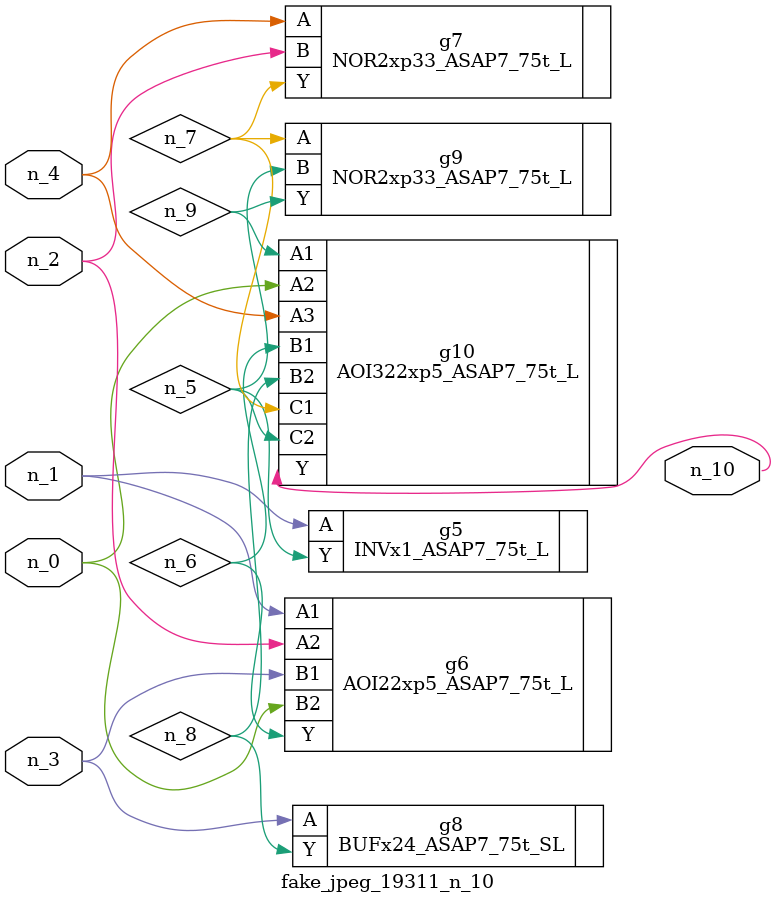
<source format=v>
module fake_jpeg_19311_n_10 (n_3, n_2, n_1, n_0, n_4, n_10);

input n_3;
input n_2;
input n_1;
input n_0;
input n_4;

output n_10;

wire n_8;
wire n_9;
wire n_6;
wire n_5;
wire n_7;

INVx1_ASAP7_75t_L g5 ( 
.A(n_1),
.Y(n_5)
);

AOI22xp5_ASAP7_75t_L g6 ( 
.A1(n_1),
.A2(n_2),
.B1(n_3),
.B2(n_0),
.Y(n_6)
);

NOR2xp33_ASAP7_75t_L g7 ( 
.A(n_4),
.B(n_2),
.Y(n_7)
);

BUFx24_ASAP7_75t_SL g8 ( 
.A(n_3),
.Y(n_8)
);

NOR2xp33_ASAP7_75t_L g9 ( 
.A(n_7),
.B(n_5),
.Y(n_9)
);

AOI322xp5_ASAP7_75t_L g10 ( 
.A1(n_9),
.A2(n_0),
.A3(n_4),
.B1(n_6),
.B2(n_8),
.C1(n_7),
.C2(n_5),
.Y(n_10)
);


endmodule
</source>
